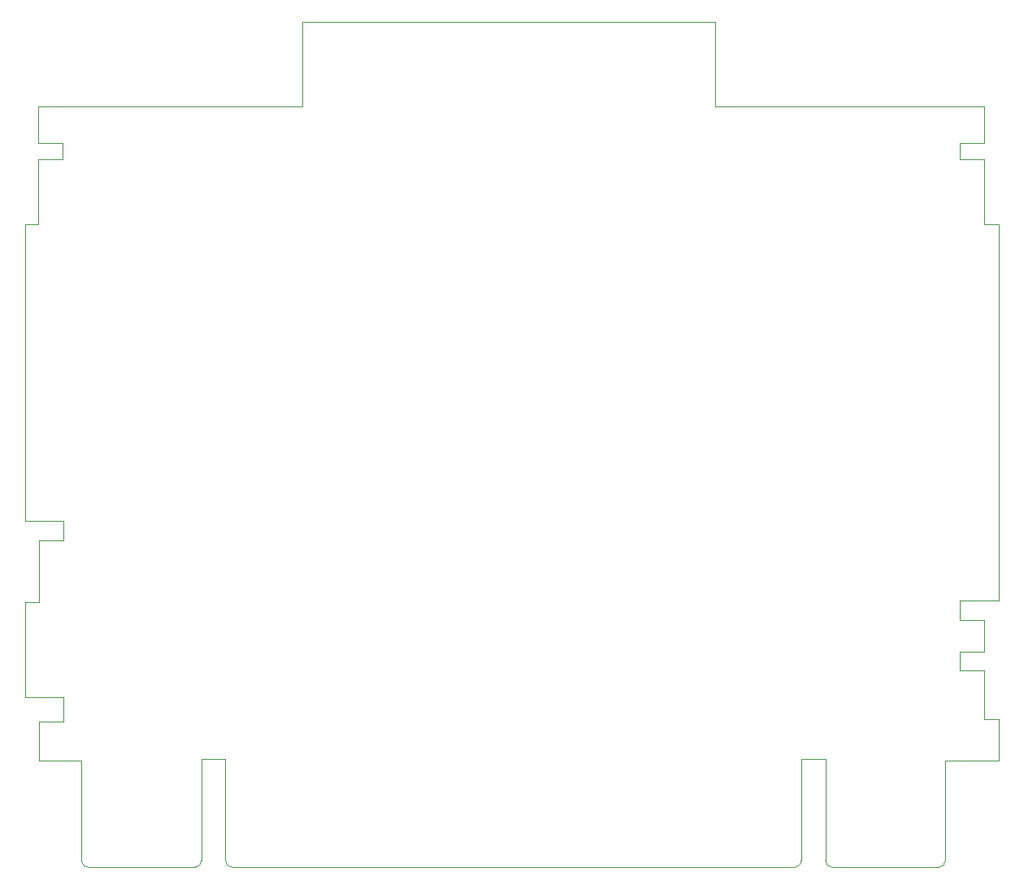
<source format=gm1>
G04 #@! TF.GenerationSoftware,KiCad,Pcbnew,(6.0.6)*
G04 #@! TF.CreationDate,2022-07-23T12:01:03-05:00*
G04 #@! TF.ProjectId,v0,76302e6b-6963-4616-945f-706362585858,v0*
G04 #@! TF.SameCoordinates,Original*
G04 #@! TF.FileFunction,Profile,NP*
%FSLAX46Y46*%
G04 Gerber Fmt 4.6, Leading zero omitted, Abs format (unit mm)*
G04 Created by KiCad (PCBNEW (6.0.6)) date 2022-07-23 12:01:03*
%MOMM*%
%LPD*%
G01*
G04 APERTURE LIST*
G04 #@! TA.AperFunction,Profile*
%ADD10C,0.101600*%
G04 #@! TD*
G04 #@! TA.AperFunction,Profile*
%ADD11C,0.099060*%
G04 #@! TD*
G04 APERTURE END LIST*
D10*
X183699780Y-59999020D02*
X183699780Y-58299760D01*
D11*
X87799540Y-122698920D02*
X87799540Y-118599360D01*
X186199140Y-54499920D02*
X186199140Y-58299760D01*
X186199140Y-107999940D02*
X186199140Y-111299400D01*
X87799540Y-99699220D02*
X90298900Y-99699220D01*
D10*
X182201180Y-122698920D02*
X187799340Y-122698920D01*
X107901100Y-133801260D02*
X166498900Y-133801260D01*
D11*
X183699780Y-107999940D02*
X186199140Y-107999940D01*
X158200000Y-54500000D02*
X158200000Y-45700000D01*
X87799540Y-106199080D02*
X87799540Y-99699220D01*
D10*
X167199940Y-133100220D02*
X167199940Y-122500800D01*
D11*
X183699780Y-111299400D02*
X186199140Y-111299400D01*
D10*
X107200060Y-133100220D02*
X107200060Y-122500800D01*
D11*
X90298900Y-97700240D02*
X86300940Y-97700240D01*
D10*
X186199140Y-118401240D02*
X186199140Y-113300920D01*
X90199840Y-59999020D02*
X87700480Y-59999020D01*
D11*
X158200000Y-54500000D02*
X186199140Y-54500000D01*
D10*
X167199940Y-122500800D02*
X169699300Y-122500800D01*
D11*
X187799340Y-66801140D02*
X187799340Y-106000960D01*
X182201180Y-122698920D02*
X182201180Y-133100220D01*
D10*
X87700480Y-58299760D02*
X90199840Y-58299760D01*
X107200060Y-122500800D02*
X104700700Y-122500800D01*
D11*
X92198820Y-122698920D02*
X92198820Y-133100220D01*
X86300940Y-106199080D02*
X87799540Y-106199080D01*
D10*
X90199840Y-58299760D02*
X90199840Y-59999020D01*
D11*
X90298900Y-118599360D02*
X90298900Y-116100000D01*
D10*
X87700480Y-66801140D02*
X86300940Y-66801140D01*
X90298900Y-118599360D02*
X87799540Y-118599360D01*
X115200000Y-45700000D02*
X158200000Y-45700000D01*
D11*
X87700480Y-59999020D02*
X87700480Y-66801140D01*
X183699780Y-106000960D02*
X183699780Y-107999940D01*
D10*
X183699780Y-113300920D02*
X183699780Y-111299400D01*
D11*
X186199140Y-59999020D02*
X186199140Y-66801140D01*
D10*
X186199140Y-59999020D02*
X183699780Y-59999020D01*
D11*
X186199140Y-66801140D02*
X187799340Y-66801140D01*
X187799340Y-106000960D02*
X183699780Y-106000960D01*
D10*
X86300940Y-116100000D02*
X90298900Y-116100000D01*
X87700480Y-54499920D02*
X115200000Y-54499920D01*
D11*
X86300940Y-116100000D02*
X86300940Y-106199080D01*
D10*
X187799340Y-118401240D02*
X186199140Y-118401240D01*
X170400340Y-133801260D02*
X181500140Y-133801260D01*
D11*
X86300940Y-66801140D02*
X86300940Y-97700240D01*
D10*
X186199140Y-113300920D02*
X183699780Y-113300920D01*
X169699300Y-122500800D02*
X169699300Y-133100220D01*
X103999660Y-133801260D02*
X92899860Y-133801260D01*
D11*
X115200000Y-45700000D02*
X115200000Y-54499920D01*
D10*
X87799540Y-122698920D02*
X92198820Y-122698920D01*
D11*
X187799340Y-118401240D02*
X187799340Y-122698920D01*
D10*
X183699780Y-58299760D02*
X186199140Y-58299760D01*
D11*
X90298900Y-99699220D02*
X90298900Y-97700240D01*
D10*
X104700700Y-122500800D02*
X104700700Y-133100220D01*
D11*
X87700480Y-54499920D02*
X87700480Y-58299760D01*
X92198820Y-133100220D02*
G75*
G03*
X92899860Y-133801260I701040J0D01*
G01*
X107200060Y-133100220D02*
G75*
G03*
X107901100Y-133801260I701040J0D01*
G01*
X169699240Y-133100220D02*
G75*
G03*
X170400340Y-133801260I701060J20D01*
G01*
X103999660Y-133801260D02*
G75*
G03*
X104700700Y-133100220I0J701040D01*
G01*
X181500140Y-133801280D02*
G75*
G03*
X182201180Y-133100220I-40J701080D01*
G01*
X166498900Y-133801240D02*
G75*
G03*
X167199940Y-133100220I0J701040D01*
G01*
M02*

</source>
